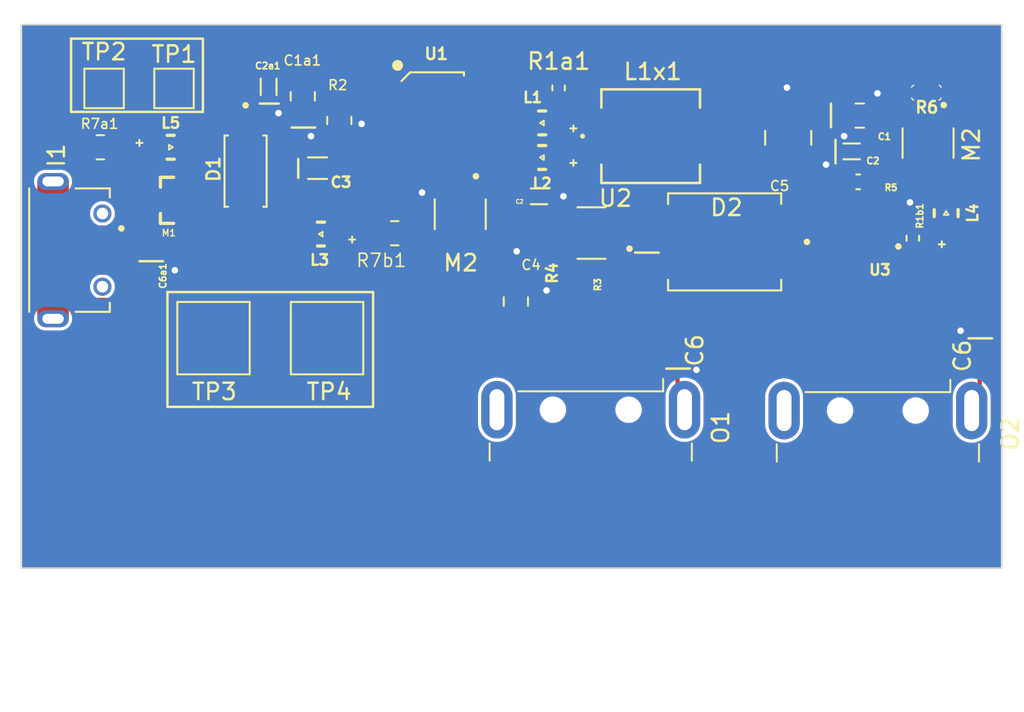
<source format=kicad_pcb>
(kicad_pcb (version 20221018) (generator pcbnew)
  (title_block (title "SolarManagerBatteryPowerConverter") (rev "1") (company "ECE196") (comment 1 "Team 13"))
  (layers (0 "F.Cu" signal) (31 "B.Cu" signal) (34 "B.Paste" user) (35 "F.Paste" user) (36 "B.SilkS" user "B.Silkscreen") (37 "F.SilkS" user "F.Silkscreen") (38 "B.Mask" user) (39 "F.Mask" user) (44 "Edge.Cuts" user))
  (net 0 "")
  (net 1 "Net-(U1-VIN)")
  (net 2 "GND")
  (net 3 "Net-(O1-GND)")
  (net 4 "-BATT")
  (net 5 "Net-(U3-EN)")
  (net 6 "Net-(C6a1-Pad1)")
  (net 7 "Net-(O1-Shield)")
  (net 8 "Net-(O2-Shield)")
  (net 9 "Net-(I1-VBUS)")
  (net 10 "Net-(U2-SW)")
  (net 14 "Net-(L1-K)")
  (net 15 "Net-(L1-A)")
  (net 16 "Net-(L2-K)")
  (net 17 "Net-(L3-A)")
  (net 18 "Net-(L4-K)")
  (net 19 "Net-(L4-A)")
  (net 20 "Net-(R7a1-Pad1)")
  (net 21 "Net-(L5-A)")
  (net 22 "+BATT")
  (net 27 "Net-(U1-ISET)")
  (net 28 "Net-(U2-FB)")
  (net 29 "Net-(U3-ISET)")
  (net 30 "+6V")
  (footprint "R6:R0402" (layer "F.Cu") (at 188.825 43.4575 -90)
    (fp_text reference "R6")
    (fp_text value "1M")
  )
  (footprint "R5:RESC1608X55N" (layer "F.Cu") (at 184.675 48.875 180)
    (fp_text reference "R5")
    (fp_text value "6.8k")
  )
  (footprint "196LEDs:WL-SMCW_0805" (layer "F.Cu") (at 190.025 50.775 -90)
    (fp_text reference "L4")
    (fp_text value "On/Off")
  )
  (footprint "Capacitor_SMD:C_0201_0603Metric" (layer "F.Cu") (at 173.7 59.12 -90)
    (fp_text reference "C6")
    (fp_text value "1nF")
  )
  (footprint "AO3400A:SOT95P280X125-3N" (layer "F.Cu") (at 160.495 50.845 -90)
    (fp_text reference "M2")
    (fp_text value "AO3400A")
  )
  (footprint "AO3401A:SOT23-3" (layer "F.Cu") (at 142.975 50)
    (fp_text reference "M1")
    (fp_text value "AO3401A" hide)
  )
  (footprint "Capacitor_SMD:C_0805_2012Metric" (layer "F.Cu") (at 163.875 56.15 90)
    (fp_text reference "C4")
    (fp_text value "1uF")
  )
  (footprint "SK34A:DIOM4325X250N" (layer "F.Cu") (at 147.45 48.225 -90)
    (fp_text reference "D1")
    (fp_text value "SK34A")
  )
  (footprint "Capacitor_SMD:C_0805_2012Metric" (layer "F.Cu") (at 184.775 44.85 180)
    (fp_text reference "C1")
    (fp_text value "10uF")
  )
  (footprint "C2:CAPC1005X55N" (layer "F.Cu") (at 148.85 43.1 -90)
    (fp_text reference "C2a1")
    (fp_text value "100nF")
  )
  (footprint "C2:CAPC1005X55N" (layer "F.Cu") (at 165.275 49.755)
    (fp_text reference "C2")
    (fp_text value "100nF")
  )
  (footprint "Resistor_SMD:R_0402_1005Metric" (layer "F.Cu") (at 188 52.3 90)
    (fp_text reference "R1b1")
    (fp_text value "10k")
  )
  (footprint "Resistor_SMD:R_0402_1005Metric" (layer "F.Cu") (at 166.47 43.17 -90)
    (fp_text reference "R1a1")
    (fp_text value "10k")
  )
  (footprint "TestPoint:TestPoint_Pad_4.0x4.0mm" (layer "F.Cu") (at 152.4 58.375 90)
    (fp_text reference "TP4")
    (fp_text value "TestPoint")
  )
  (footprint "MT3608:SOT95P280X145-6N" (layer "F.Cu") (at 168.475 51.9875 180)
    (fp_text reference "U2")
    (fp_text value "MT3608")
  )
  (footprint "TestPoint:TestPoint_Pad_2.0x2.0mm" (layer "F.Cu") (at 143.1 43.2)
    (fp_text reference "TP1")
    (fp_text value "TestPoint")
  )
  (footprint "Resistor_SMD:R_0805_2012Metric" (layer "F.Cu") (at 153.145 45.145 -90)
    (fp_text reference "R2")
    (fp_text value "2k")
  )
  (footprint "Capacitor_SMD:C_0201_0603Metric" (layer "F.Cu") (at 141.65 54.65 90)
    (fp_text reference "C6a1")
    (fp_text value "1nF")
  )
  (footprint "Resistor_SMD:R_0805_2012Metric" (layer "F.Cu") (at 138.625 46.775)
    (fp_text reference "R7a1")
    (fp_text value "1K")
  )
  (footprint "196LEDs:WL-SMCW_0805" (layer "F.Cu") (at 165.47 47.395)
    (fp_text reference "L2")
    (fp_text value "DONE")
  )
  (footprint "196LEDs:WL-SMCW_0805" (layer "F.Cu") (at 165.47 45.295)
    (fp_text reference "L1")
    (fp_text value "CHRG")
  )
  (footprint "Connector_USB:USB_A_CNCTech_1001-011-01101_Horizontal" (layer "F.Cu") (at 168.425 69.625 -90)
    (fp_text reference "O1")
    (fp_text value "USB_A")
  )
  (footprint "Connector_USB:USB_A_CNCTech_1001-011-01101_Horizontal" (layer "F.Cu") (at 185.875 69.675 -90)
    (fp_text reference "O2")
    (fp_text value "USB_A")
  )
  (footprint "SS34:DIO_SS34" (layer "F.Cu") (at 176.5625 52.525 180)
    (fp_text reference "D2")
    (fp_text value "SS34")
  )
  (footprint "Cn3063:SOIC8-1.27-5X4MM" (layer "F.Cu") (at 158.72 44.72 -90)
    (property "VALUE" "CN3063-SOIC8")
    (fp_text reference "U1")
    (fp_text value "CN3063")
  )
  (footprint "AO3400A:SOT95P280X125-3N" (layer "F.Cu") (at 188.925 46.52 -90)
    (fp_text reference "M2")
    (fp_text value "AO3400A")
  )
  (footprint "Capacitor_SMD:C_0805_2012Metric" (layer "F.Cu") (at 150.925 43.675 -90)
    (fp_text reference "C1a1")
    (fp_text value "10uF")
  )
  (footprint "Capacitor_SMD:C_0201_0603Metric" (layer "F.Cu") (at 192.06 59.455 90)
    (fp_text reference "C6")
    (fp_text value "1nF")
  )
  (footprint "R3:RESC1005X40N" (layer "F.Cu") (at 169.7 54.8875 90)
    (fp_text reference "R3")
    (fp_text value "150k")
  )
  (footprint "R4:RES_ERJ2RKF2002X" (layer "F.Cu") (at 166.95 54.9505 -90)
    (fp_text reference "R4")
    (fp_text value "20k")
  )
  (footprint "C3:CAPC1005X65N" (layer "F.Cu") (at 151.82 48.045 180)
    (fp_text reference "C3")
    (fp_text value "4.7uF" hide)
  )
  (footprint "Resistor_SMD:R_0805_2012Metric" (layer "F.Cu") (at 156.5125 52 180)
    (fp_text reference "R7b1")
    (fp_text value "1K")
  )
  (footprint "I_USB_MicroAB:MOLEX_47589-0001" (layer "F.Cu") (at 136.4875 53.025 -90)
    (fp_text reference "I1")
    (fp_text value "USB_Micro_AB")
    (fp_line (start -2.575 -2.1625) (end -2.575 -2.3625) (stroke (width 0.01)) (layer "Edge.Cuts"))
    (fp_line (start 1.875 -2.1625) (end 1.875 -2.3625) (stroke (width 0.01)) (layer "Edge.Cuts"))
    (fp_arc (start -2.575 -2.3625) (mid -2.472487 -2.609987) (end -2.225 -2.7125) (stroke (width 0.01)) (layer "Edge.Cuts"))
    (fp_arc (start -2.225 -2.7125) (mid -1.977513 -2.609987) (end -1.875 -2.3625) (stroke (width 0.01)) (layer "Edge.Cuts"))
    (fp_arc (start -2.225 -1.8125) (mid -2.472487 -1.915013) (end -2.575 -2.1625) (stroke (width 0.01)) (layer "Edge.Cuts"))
    (fp_arc (start -1.875 -2.1625) (mid -1.977513 -1.915013) (end -2.225 -1.8125) (stroke (width 0.01)) (layer "Edge.Cuts"))
    (fp_arc (start -1.875 -2.1625) (mid -1.876407 -2.2625) (end -1.875 -2.3625) (stroke (width 0.01)) (layer "Edge.Cuts"))
    (fp_arc (start 1.875 -2.3625) (mid 1.977513 -2.609987) (end 2.225 -2.7125) (stroke (width 0.01)) (layer "Edge.Cuts"))
    (fp_arc (start 2.225 -2.7125) (mid 2.472487 -2.609987) (end 2.575 -2.3625) (stroke (width 0.01)) (layer "Edge.Cuts"))
    (fp_arc (start 2.225 -1.8125) (mid 1.977513 -1.915013) (end 1.875 -2.1625) (stroke (width 0.01)) (layer "Edge.Cuts"))
    (fp_arc (start 2.575 -2.1625) (mid 2.472487 -1.915013) (end 2.225 -1.8125) (stroke (width 0.01)) (layer "Edge.Cuts"))
    (fp_arc (start 2.575 -2.1625) (mid 2.573593 -2.2625) (end 2.575 -2.3625) (stroke (width 0.01)) (layer "Edge.Cuts"))
  )
  (footprint "196LEDs:WL-SMCW_0805" (layer "F.Cu") (at 152.025 52.05)
    (fp_text reference "L3")
    (fp_text value "BATT")
  )
  (footprint "C5:CAPC3225X280N" (layer "F.Cu") (at 180.425 46.2 90)
    (fp_text reference "C5")
    (fp_text value "47uF, 25V")
  )
  (footprint "L1:IND_IHLP-2020BZ_VIS" (layer "F.Cu") (at 172.068 46.1)
    (fp_text reference "L1x1")
    (fp_text value "4.7uH")
  )
  (footprint "SY6280:SOT95P285X130-5N" (layer "F.Cu") (at 184.675 51.85 180)
    (fp_text reference "U3")
    (fp_text value "SY6280AAC")
  )
  (footprint "TestPoint:TestPoint_Pad_4.0x4.0mm" (layer "F.Cu") (at 145.5 58.375 90)
    (fp_text reference "TP3")
    (fp_text value "TestPoint")
  )
  (footprint "TestPoint:TestPoint_Pad_2.0x2.0mm" (layer "F.Cu") (at 138.85 43.2)
    (fp_text reference "TP2")
    (fp_text value "TestPoint")
  )
  (footprint "196LEDs:WL-SMCW_0805" (layer "F.Cu") (at 142.9 46.775 180)
    (fp_text reference "L5")
    (fp_text value "SOLAR")
  )
  (footprint "C2:CAPC1005X55N" (layer "F.Cu") (at 184.28 47.025 180)
    (fp_text reference "C2")
    (fp_text value "100nF")
  )
  (gr_rect (start 136.84375 40.175) (end 144.85625 44.625) (stroke (width 0.15)) (fill none) (layer "F.SilkS"))
  (gr_rect (start 142.7 55.575) (end 155.2 62.55) (stroke (width 0.15)) (fill none) (layer "F.SilkS"))
  (gr_rect (start 133.825 39.325) (end 193.4 72.35) (stroke (width 0.1)) (fill none) (layer "Edge.Cuts"))
  (gr_text "|" (at 151.475 46.15 90) (layer "F.SilkS") (effects (font (size 1 1)) (justify left bottom)))
  (gr_text "|" (at 182.725 47.55) (layer "F.SilkS") (effects (font (size 1 1)) (justify left bottom)))
  (gr_text "|" (at 182.45 45.35) (layer "F.SilkS") (effects (font (size 1 1)) (justify left bottom)))
  (gr_text "|" (at 151.225 47.65 180) (layer "F.SilkS") (effects (font (size 0.8 1)) (justify left bottom)))
  (gr_text "|\n" (at 142.225 54.275 90) (layer "F.SilkS") (effects (font (size 1 1)) (justify left bottom)))
  (gr_text "|\n" (at 173.225 59.65 -90) (layer "F.SilkS") (effects (font (size 1 1)) (justify left bottom)))
  (gr_text "|" (at 192.61 58.96 90) (layer "F.SilkS") (effects (font (size 1 1)) (justify left bottom)))
  (gr_text "|" (at 149.3 44.6 90) (layer "F.SilkS") (effects (font (size 0.8 0.8)) (justify left bottom)))
  (gr_text "|" (at 172.35 53.75 90) (layer "F.SilkS") (effects (font (size 1 1)) (justify left bottom)))
  (segment (start 158.795 42.545) (end 158.795 45.62) (width 0.25) (layer "F.Cu") (net 1))
  (segment (start 151.875 41.775) (end 150.925 42.725) (width 0.25) (layer "F.Cu") (net 1))
  (segment (start 166.47 42.66) (end 163.435 42.66) (width 0.25) (layer "F.Cu") (net 1))
  (segment (start 163.435 42.66) (end 162.695 41.92) (width 0.25) (layer "F.Cu") (net 1))
  (segment (start 148.85 42.67) (end 150.87 42.67) (width 0.25) (layer "F.Cu") (net 1))
  (segment (start 147.45 42.825) (end 147.45 46.11) (width 0.25) (layer "F.Cu") (net 1))
  (segment (start 150.87 42.67) (end 150.925 42.725) (width 0.25) (layer "F.Cu") (net 1))
  (segment (start 162.695 41.92) (end 159.42 41.92) (width 0.25) (layer "F.Cu") (net 1))
  (segment (start 159.275 41.775) (end 151.875 41.775) (width 0.25) (layer "F.Cu") (net 1))
  (segment (start 145.05 50) (end 147.45 47.6) (width 0.25) (layer "F.Cu") (net 1))
  (segment (start 159.42 41.92) (end 158.795 42.545) (width 0.25) (layer "F.Cu") (net 1))
  (segment (start 147.605 42.67) (end 147.45 42.825) (width 0.25) (layer "F.Cu") (net 1))
  (segment (start 159.42 41.92) (end 159.275 41.775) (width 0.25) (layer "F.Cu") (net 1))
  (segment (start 157.79 46.625) (end 156.02 46.625) (width 0.25) (layer "F.Cu") (net 1))
  (segment (start 141.875 50) (end 145.05 50) (width 0.25) (layer "F.Cu") (net 1))
  (segment (start 147.45 47.6) (end 147.45 46.11) (width 0.25) (layer "F.Cu") (net 1))
  (segment (start 158.795 45.62) (end 157.79 46.625) (width 0.25) (layer "F.Cu") (net 1))
  (segment (start 148.85 42.67) (end 147.605 42.67) (width 0.25) (layer "F.Cu") (net 1))
  (segment (start 190.925 59.135) (end 190.265 59.135) (width 0.25) (layer "F.Cu") (net 2))
  (segment (start 150.925 45.5) (end 151.47 46.045) (width 0.25) (layer "F.Cu") (net 2))
  (segment (start 174.85 59.125) (end 174.85 60.3) (width 0.25) (layer "F.Cu") (net 2))
  (segment (start 156.02 45.355) (end 154.505 45.355) (width 0.25) (layer "F.Cu") (net 2))
  (segment (start 154.495 45.355) (end 153.8475 45.355) (width 0.25) (layer "F.Cu") (net 2))
  (segment (start 151.47 46.045) (end 151.4825 46.0575) (width 0.25) (layer "F.Cu") (net 2))
  (segment (start 190.9 59.11) (end 190.925 59.135) (width 0.25) (layer "F.Cu") (net 2))
  (segment (start 163.925 53.1) (end 163.925 55.15) (width 0.75) (layer "F.Cu") (net 2))
  (segment (start 151.36 48.045) (end 151.36 46.155) (width 0.25) (layer "F.Cu") (net 2))
  (segment (start 159.53 49.575) (end 159.545 49.59) (width 0.25) (layer "F.Cu") (net 2))
  (segment (start 185.85 43.5) (end 185.825 43.525) (width 0.25) (layer "F.Cu") (net 2))
  (segment (start 180.425 44.78) (end 180.425 43.225) (width 0.7) (layer "F.Cu") (net 2))
  (segment (start 156.02 45.355) (end 157.01 45.355) (width 0.25) (layer "F.Cu") (net 2))
  (segment (start 153.8475 45.355) (end 153.145 46.0575) (width 0.25) (layer "F.Cu") (net 2))
  (segment (start 174.525 58.8) (end 174.85 59.125) (width 0.25) (layer "F.Cu") (net 2))
  (segment (start 173.1 58.8) (end 171.925 59.975) (width 0.25) (layer "F.Cu") (net 2))
  (segment (start 185.825 43.525) (end 184.1 43.525) (width 0.5) (layer "F.Cu") (net 2))
  (segment (start 182.725 47.825) (end 183.8 47.825) (width 0.5) (layer "F.Cu") (net 2))
  (segment (start 156.89 42.815) (end 156.02 42.815) (width 0.25) (layer "F.Cu") (net 2))
  (segment (start 186.9 51.85) (end 187.825 50.925) (width 0.5) (layer "F.Cu") (net 2))
  (segment (start 183.825 43.8) (end 183.825 44.85) (width 0.5) (layer "F.Cu") (net 2))
  (segment (start 183.85 47.025) (end 183.85 47.775) (width 0.5) (layer "F.Cu") (net 2))
  (segment (start 148.85 44.1) (end 149.45 44.7) (width 0.25) (layer "F.Cu") (net 2))
  (segment (start 185.85 51.85) (end 186.9 51.85) (width 0.5) (layer "F.Cu") (net 2))
  (segment (start 188.3805 43.4575) (end 188.35 43.4575) (width 0.25) (layer "F.Cu") (net 2))
  (segment (start 183.825 46.1) (end 183.825 47) (width 0.5) (layer "F.Cu") (net 2))
  (segment (start 180.205 45) (end 180.425 44.78) (width 0.25) (layer "F.Cu") (net 2))
  (segment (start 150.925 44.625) (end 150.925 45.5) (width 0.25) (layer "F.Cu") (net 2))
  (segment (start 138.45 54.35) (end 138.425 54.325) (width 0.25) (layer "F.Cu") (net 2))
  (segment (start 151.415 46.1) (end 151.425 46.1) (width 0.25) (layer "F.Cu") (net 2))
  (segment (start 184.1 43.525) (end 183.825 43.8) (width 0.5) (layer "F.Cu") (net 2))
  (segment (start 157.01 45.355) (end 157.195 45.17) (width 0.25) (layer "F.Cu") (net 2))
  (segment (start 157.195 45.17) (end 157.195 43.12) (width 0.25) (layer "F.Cu") (net 2))
  (segment (start 166.9625 55.475) (end 165.7375 55.475) (width 0.5) (layer "F.Cu") (net 2))
  (segment (start 158.175 49.525) (end 158.165 49.535) (width 0.25) (layer "F.Cu") (net 2))
  (segment (start 141.65 54.33) (end 141.73 54.25) (width 0.25) (layer "F.Cu") (net 2))
  (segment (start 189.375 59.475) (end 189.375 60.025) (width 0.25) (layer "F.Cu") (net 2))
  (segment (start 165.705 49.755) (end 166.77 49.755) (width 0.5) (layer "F.Cu") (net 2))
  (segment (start 141.63 54.35) (end 138.45 54.35) (width 0.25) (layer "F.Cu") (net 2))
  (segment (start 173.7 58.8) (end 173.1 58.8) (width 0.25) (layer "F.Cu") (net 2))
  (segment (start 183.825 44.85) (end 183.825 46.1) (width 0.5) (layer "F.Cu") (net 2))
  (segment (start 141.73 54.25) (end 143.15 54.25) (width 0.25) (layer "F.Cu") (net 2))
  (segment (start 151.425 46.1) (end 151.425 46.09) (width 0.25) (layer "F.Cu") (net 2))
  (segment (start 163.925 55.15) (end 163.875 55.2) (width 0.25) (layer "F.Cu") (net 2))
  (segment (start 151.425 46.09) (end 151.47 46.045) (width 0.25) (layer "F.Cu") (net 2))
  (segment (start 158.185 49.535) (end 158.175 49.525) (width 0.25) (layer "F.Cu") (net 2))
  (segment (start 190.9 57.925) (end 190.9 59.11) (width 0.25) (layer "F.Cu") (net 2))
  (segment (start 187.975 43.863) (end 188.3805 43.4575) (width 0.5) (layer "F.Cu") (net 2))
  (segment (start 187.975 45.265) (end 187.975 43.863) (width 0.5) (layer "F.Cu") (net 2))
  (segment (start 183.8 47.825) (end 183.85 47.775) (width 0.25) (layer "F.Cu") (net 2))
  (segment (start 154.505 45.355) (end 154.5 45.35) (width 0.25) (layer "F.Cu") (net 2))
  (segment (start 149.525 44.625) (end 149.45 44.7) (width 0.25) (layer "F.Cu") (net 2))
  (segment (start 151.4825 46.0575) (end 153.145 46.0575) (width 0.25) (layer "F.Cu") (net 2))
  (segment (start 173.7 58.8) (end 174.525 58.8) (width 0.25) (layer "F.Cu") (net 2))
  (segment (start 141.65 54.33) (end 141.63 54.35) (width 0.25) (layer "F.Cu") (net 2))
  (segment (start 151.36 46.155) (end 151.415 46.1) (width 0.25) (layer "F.Cu") (net 2))
  (segment (start 187.637 43.525) (end 185.875 43.525) (width 0.5) (layer "F.Cu") (net 2))
  (segment (start 183.85 48.87) (end 183.855 48.875) (width 0.25) (layer "F.Cu") (net 2))
  (segment (start 192.06 59.135) (end 190.925 59.135) (width 0.25) (layer "F.Cu") (net 2))
  (segment (start 157.195 43.12) (end 156.89 42.815) (width 0.25) (layer "F.Cu") (net 2))
  (segment (start 154.5 45.35) (end 154.495 45.355) (width 0.25) (layer "F.Cu") (net 2))
  (segment (start 187.975 43.863) (end 187.637 43.525) (width 0.5) (layer "F.Cu") (net 2))
  (segment (start 183.85 47.775) (end 183.85 48.87) (width 0.5) (layer "F.Cu") (net 2))
  (segment (start 150.925 44.625) (end 149.525 44.625) (width 0.25) (layer "F.Cu") (net 2))
  (segment (start 180.425 43.225) (end 180.35 43.15) (width 0.25) (layer "F.Cu") (net 2))
  (segment (start 148.85 43.53) (end 148.85 44.1) (width 0.25) (layer "F.Cu") (net 2))
  (segment (start 187.825 50.925) (end 187.825 50.125) (width 0.5) (layer "F.Cu") (net 2))
  (segment (start 183.825 47) (end 183.85 47.025) (width 0.25) (layer "F.Cu") (net 2))
  (segment (start 159.445 49.535) (end 158.185 49.535) (width 0.75) (layer "F.Cu") (net 2))
  (segment (start 159.545 49.59) (end 159.545 49.595) (width 0.25) (layer "F.Cu") (net 2))
  (segment (start 190.265 59.135) (end 189.375 60.025) (width 0.25) (layer "F.Cu") (net 2))
  (segment (start 185.875 43.525) (end 185.85 43.5) (width 0.25) (layer "F.Cu") (net 2))
  (via (at 158.175 49.525) (size 0.8) (drill 0.4) (layers "F.Cu" "B.Cu") (net 2))
  (via (at 143.15 54.25) (size 0.8) (drill 0.4) (layers "F.Cu" "B.Cu") (net 2))
  (via (at 166.77 49.755) (size 0.8) (drill 0.4) (layers "F.Cu" "B.Cu") (net 2))
  (via (at 154.5 45.35) (size 0.8) (drill 0.4) (layers "F.Cu" "B.Cu") (net 2))
  (via (at 182.725 47.825) (size 0.8) (drill 0.4) (layers "F.Cu" "B.Cu") (net 2))
  (via (at 190.9 57.925) (size 0.8) (drill 0.4) (layers "F.Cu" "B.Cu") (net 2))
  (via (at 180.35 43.15) (size 0.8) (drill 0.4) (layers "F.Cu" "B.Cu") (net 2))
  (via (at 151.425 46.1) (size 0.8) (drill 0.4) (layers "F.Cu" "B.Cu") (net 2))
  (via (at 174.85 60.3) (size 0.8) (drill 0.4) (layers "F.Cu" "B.Cu") (net 2))
  (via (at 185.85 43.5) (size 0.8) (drill 0.4) (layers "F.Cu" "B.Cu") (net 2))
  (via (at 183.825 46.1) (size 0.8) (drill 0.4) (layers "F.Cu" "B.Cu") (net 2))
  (via (at 187.825 50.125) (size 0.8) (drill 0.4) (layers "F.Cu" "B.Cu") (net 2))
  (via (at 163.925 53.1) (size 0.8) (drill 0.4) (layers "F.Cu" "B.Cu") (net 2))
  (via (at 165.7375 55.475) (size 0.8) (drill 0.4) (layers "F.Cu" "B.Cu") (net 2))
  (via (at 149.45 44.7) (size 0.8) (drill 0.4) (layers "F.Cu" "B.Cu") (net 2))
  (segment (start 174.825 60.425) (end 174.825 60.325) (width 0.25) (layer "B.Cu") (net 2))
  (segment (start 174.85 60.3) (end 174.825 60.275) (width 0.25) (layer "B.Cu") (net 2))
  (segment (start 174.825 60.325) (end 174.85 60.3) (width 0.25) (layer "B.Cu") (net 2))
  (segment (start 182.075 60.325) (end 182.375 60.025) (width 0.25) (layer "F.Cu") (net 3))
  (segment (start 184.71 52.21) (end 185.3 52.8) (width 0.5) (layer "F.Cu") (net 3))
  (segment (start 185.725 44.85) (end 185.725 46.01) (width 0.5) (layer "F.Cu") (net 3))
  (segment (start 182.55 57.625) (end 182.575 57.65) (width 0.75) (layer "F.Cu") (net 3))
  (segment (start 185.85 52.8) (end 182.55 56.1) (width 0.75) (layer "F.Cu") (net 3))
  (segment (start 185.725 46.01) (end 184.71 47.025) (width 0.5) (layer "F.Cu") (net 3))
  (segment (start 182.575 57.65) (end 182.575 59.825) (width 0.75) (layer "F.Cu") (net 3))
  (segment (start 185.3 52.8) (end 185.85 52.8) (width 0.25) (layer "F.Cu") (net 3))
  (segment (start 182.575 59.825) (end 182.375 60.025) (width 0.75) (layer "F.Cu") (net 3))
  (segment (start 182.55 56.1) (end 182.55 57.625) (width 0.75) (layer "F.Cu") (net 3))
  (segment (start 185.85 52.8) (end 185.86 52.81) (width 0.25) (layer "F.Cu") (net 3))
  (segment (start 167.25 57.65) (end 164.925 59.975) (width 0.75) (layer "F.Cu") (net 3))
  (segment (start 182.575 57.65) (end 167.25 57.65) (width 0.75) (layer "F.Cu") (net 3))
  (segment (start 185.86 52.81) (end 188 52.81) (width 0.7) (layer "F.Cu") (net 3))
  (segment (start 184.71 47.025) (end 184.71 52.21) (width 0.5) (layer "F.Cu") (net 3))
  (segment (start 157.425 53.35) (end 152.4 58.375) (width 0.75) (layer "F.Cu") (net 4))
  (segment (start 160.395 52) (end 160.495 52.1) (width 0.25) (layer "F.Cu") (net 4))
  (segment (start 157.425 52) (end 157.425 53.35) (width 0.75) (layer "F.Cu") (net 4))
  (segment (start 157.425 52) (end 160.395 52) (width 0.4) (layer "F.Cu") (net 4))
  (segment (start 168.4445 56.575) (end 164.4 56.575) (width 0.6) (layer "F.Cu") (net 5))
  (segment (start 183.5 50.9) (end 183.5 52.8) (width 1) (layer "F.Cu") (net 5))
  (segment (start 179.9625 52.525) (end 183.225 52.525) (width 1.5) (layer "F.Cu") (net 5))
  (segment (start 164.4 56.575) (end 163.875 57.1) (width 0.6) (layer "F.Cu") (net 5))
  (segment (start 169.7125 55.332) (end 169.7 55.3195) (width 0.6) (layer "F.Cu") (net 5))
  (segment (start 183.225 52.525) (end 183.5 52.8) (width 0.25) (layer "F.Cu") (net 5))
  (segment (start 177.1555 55.332) (end 179.9625 52.525) (width 0.6) (layer "F.Cu") (net 5))
  (segment (start 169.7 55.3195) (end 168.4445 56.575) (width 0.6) (layer "F.Cu") (net 5))
  (segment (start 180.425 47.62) (end 180.425 47.825) (width 0.25) (layer "F.Cu") (net 5))
  (segment (start 183.3875 52.9125) (end 183.5 52.8) (width 0.25) (layer "F.Cu") (net 5))
  (segment (start 180.425 47.825) (end 183.5 50.9) (width 1) (layer "F.Cu") (net 5))
  (segment (start 177.1555 55.332) (end 169.7125 55.332) (width 0.6) (layer "F.Cu") (net 5))
  (segment (start 141.65 54.97) (end 141.65 55.325) (width 0.4) (layer "F.Cu") (net 6))
  (segment (start 141.65 55.325) (end 140.85 56.125) (width 0.4) (layer "F.Cu") (net 6))
  (segment (start 140.85 56.125) (end 137.7 56.125) (width 0.4) (layer "F.Cu") (net 6))
  (segment (start 137.7 56.125) (end 135.75 54.175) (width 0.4) (layer "F.Cu") (net 6))
  (segment (start 173.7 62.3) (end 174.125 62.725) (width 0.25) (layer "F.Cu") (net 7))
  (segment (start 173.7 59.44) (end 173.7 62.3) (width 0.25) (layer "F.Cu") (net 7))
  (segment (start 162.75 62.825) (end 162.725 62.85) (width 0.25) (layer "F.Cu") (net 7))
  (segment (start 192.06 62.29) (end 191.575 62.775) (width 0.25) (layer "F.Cu") (net 8))
  (segment (start 192.06 59.775) (end 192.06 62.29) (width 0.25) (layer "F.Cu") (net 8))
  (segment (start 143.175 51.75) (end 138.45 51.75) (width 0.4) (layer "F.Cu") (net 9))
  (segment (start 138.45 51.75) (end 138.425 51.725) (width 0.25) (layer "F.Cu") (net 9))
  (segment (start 143.975 50.95) (end 146.84 50.95) (width 0.4) (layer "F.Cu") (net 9))
  (segment (start 143.975 50.95) (end 143.175 51.75) (width 0.4) (layer "F.Cu") (net 9))
  (segment (start 146.84 50.95) (end 147.45 50.34) (width 0.25) (layer "F.Cu") (net 9))
  (segment (start 175.875 49.8125) (end 173.1625 52.525) (width 1) (layer "F.Cu") (net 10))
  (segment (start 169.645 52.9375) (end 172.75 52.9375) (width 0.75) (layer "F.Cu") (net 10))
  (segment (start 172.75 52.9375) (end 173.1625 52.525) (width 0.25) (layer "F.Cu") (net 10))
  (segment (start 175.875 46.225) (end 175.875 49.8125) (width 1) (layer "F.Cu") (net 10))
  (segment (start 174.225 46.225) (end 175.875 46.225) (width 1) (layer "F.Cu") (net 10))
  (segment (start 172.7375 52.95) (end 173.1625 52.525) (width 0.25) (layer "F.Cu") (net 10))
  (segment (start 174.1 46.1) (end 174.225 46.225) (width 0.75) (layer "F.Cu") (net 10))
  (segment (start 163.21 44.085) (end 161.42 44.085) (width 0.25) (layer "F.Cu") (net 14))
  (segment (start 164.42 45.295) (end 163.21 44.085) (width 0.25) (layer "F.Cu") (net 14))
  (segment (start 161.43 44.095) (end 161.42 44.085) (width 0.25) (layer "F.Cu") (net 14))
  (segment (start 166.47 45.245) (end 166.52 45.295) (width 0.25) (layer "F.Cu") (net 15))
  (segment (start 166.52 47.395) (end 166.52 45.295) (width 0.25) (layer "F.Cu") (net 15))
  (segment (start 166.47 43.68) (end 166.47 45.245) (width 0.25) (layer "F.Cu") (net 15))
  (segment (start 163.07 45.77) (end 162.655 45.355) (width 0.25) (layer "F.Cu") (net 16))
  (segment (start 164.42 47.395) (end 163.545 47.395) (width 0.25) (layer "F.Cu") (net 16))
  (segment (start 163.07 46.92) (end 163.07 45.77) (width 0.25) (layer "F.Cu") (net 16))
  (segment (start 162.655 45.355) (end 161.42 45.355) (width 0.25) (layer "F.Cu") (net 16))
  (segment (start 163.545 47.395) (end 163.07 46.92) (width 0.25) (layer "F.Cu") (net 16))
  (segment (start 155.55 52.05) (end 155.6 52) (width 0.25) (layer "F.Cu") (net 17))
  (segment (start 153.075 52.05) (end 155.55 52.05) (width 0.25) (layer "F.Cu") (net 17))
  (segment (start 188.925 48.625) (end 188.925 47.775) (width 0.5) (layer "F.Cu") (net 18))
  (segment (start 190.025 49.725) (end 188.925 48.625) (width 0.5) (layer "F.Cu") (net 18))
  (segment (start 188 51.79) (end 189.99 51.79) (width 0.5) (layer "F.Cu") (net 19))
  (segment (start 189.99 51.79) (end 190.025 51.825) (width 0.25) (layer "F.Cu") (net 19))
  (segment (start 137.775 46.7125) (end 137.7125 46.775) (width 0.25) (layer "F.Cu") (net 20))
  (segment (start 138.85 43.2) (end 137.775 44.275) (width 0.75) (layer "F.Cu") (net 20))
  (segment (start 137.775 44.275) (end 137.775 46.7125) (width 0.75) (layer "F.Cu") (net 20))
  (segment (start 141.85 46.775) (end 139.5375 46.775) (width 0.25) (layer "F.Cu") (net 21))
  (segment (start 167.305 51.9875) (end 167.305 51.0375) (width 0.75) (layer "F.Cu") (net 22))
  (segment (start 168.35 49.8675) (end 168.35 47.786) (width 0.75) (layer "F.Cu") (net 22))
  (segment (start 152.28 50.745) (end 150.975 52.05) (width 0.4) (layer "F.Cu") (net 22))
  (segment (start 165.125 50.975) (end 167.2425 50.975) (width 0.5) (layer "F.Cu") (net 22))
  (segment (start 161.42 42.815) (end 160.5 42.815) (width 0.4) (layer "F.Cu") (net 22))
  (segment (start 168.35 47.786) (end 170.036 46.1) (width 0.75) (layer "F.Cu") (net 22))
  (segment (start 169.125 42.275) (end 168.925 42.475) (width 0.75) (layer "F.Cu") (net 22))
  (segment (start 164.845 50.695) (end 165.125 50.975) (width 0.5) (layer "F.Cu") (net 22))
  (segment (start 167.305 51.0375) (end 166.775 51.0375) (width 0.75) (layer "F.Cu") (net 22))
  (segment (start 161.445 49.59) (end 164.68 49.59) (width 0.4) (layer "F.Cu") (net 22))
  (segment (start 161.445 49.59) (end 161.445 46.65) (width 0.4) (layer "F.Cu") (net 22))
  (segment (start 189.2695 43.4575) (end 189.875 44.063) (width 0.75) (layer "F.Cu") (net 22))
  (segment (start 159.05 46.625) (end 161.42 46.625) (width 0.4) (layer "F.Cu") (net 22))
  (segment (start 160.195 43.12) (end 160.195 45.48) (width 0.4) (layer "F.Cu") (net 22))
  (segment (start 168.925 44.989) (end 170.036 46.1) (width 0.75) (layer "F.Cu") (net 22))
  (segment (start 157.63 48.045) (end 159.05 46.625) (width 0.4) (layer "F.Cu") (net 22))
  (segment (start 160.5 42.815) (end 160.195 43.12) (width 0.4) (layer "F.Cu") (net 22))
  (segment (start 152.28 48.045) (end 152.28 50.745) (width 0.4) (layer "F.Cu") (net 22))
  (segment (start 189.2695 43.4575) (end 189.2695 42.9445) (width 0.75) (layer "F.Cu") (net 22))
  (segment (start 167.2425 50.975) (end 167.305 51.0375) (width 0.25) (layer "F.Cu") (net 22))
  (segment (start 160.195 45.48) (end 159.05 46.625) (width 0.4) (layer "F.Cu") (net 22))
  (segment (start 189.875 44.063) (end 189.875 45.265) (width 0.75) (layer "F.Cu") (net 22))
  (segment (start 161.445 46.65) (end 161.42 46.625) (width 0.25) (layer "F.Cu") (net 22))
  (segment (start 188.6 42.275) (end 169.125 42.275) (width 0.75) (layer "F.Cu") (net 22))
  (segment (start 189.2695 42.9445) (end 188.6 42.275) (width 0.75) (layer "F.Cu") (net 22))
  (segment (start 145.5 58.375) (end 145.5 57.525) (width 0.25) (layer "F.Cu") (net 22))
  (segment (start 164.845 49.755) (end 164.725 49.875) (width 0.25) (layer "F.Cu") (net 22))
  (segment (start 164.845 49.755) (end 164.845 50.695) (width 0.5) (layer "F.Cu") (net 22))
  (segment (start 152.28 48.045) (end 157.63 48.045) (width 0.4) (layer "F.Cu") (net 22))
  (segment (start 167.2425 50.975) (end 168.35 49.8675) (width 0.75) (layer "F.Cu") (net 22))
  (segment (start 164.68 49.59) (end 164.845 49.755) (width 0.4) (layer "F.Cu") (net 22))
  (segment (start 145.5 57.525) (end 150.975 52.05) (width 0.7) (layer "F.Cu") (net 22))
  (segment (start 170.036 46.169) (end 170.036 46.1) (width 0.25) (layer "F.Cu") (net 22))
  (segment (start 168.925 42.475) (end 168.925 44.989) (width 0.75) (layer "F.Cu") (net 22))
  (segment (start 153.2925 44.085) (end 153.145 44.2325) (width 0.25) (layer "F.Cu") (net 27))
  (segment (start 156.02 44.085) (end 153.2925 44.085) (width 0.25) (layer "F.Cu") (net 27))
  (segment (start 168.4 54.4375) (end 169.682 54.4375) (width 0.5) (layer "F.Cu") (net 28))
  (segment (start 166.951 54.4375) (end 166.95 54.4385) (width 0.25) (layer "F.Cu") (net 28))
  (segment (start 169.682 54.4375) (end 169.7 54.4555) (width 0.25) (layer "F.Cu") (net 28))
  (segment (start 168.4 54.4375) (end 166.951 54.4375) (width 0.5) (layer "F.Cu") (net 28))
  (segment (start 169.645 51.0375) (end 168.575 51.0375) (width 0.4) (layer "F.Cu") (net 28))
  (segment (start 168.4 51.2125) (end 168.4 54.4375) (width 0.4) (layer "F.Cu") (net 28))
  (segment (start 168.575 51.0375) (end 168.4 51.2125) (width 0.4) (layer "F.Cu") (net 28))
  (segment (start 185.495 50.545) (end 185.85 50.9) (width 0.5) (layer "F.Cu") (net 29))
  (segment (start 185.495 48.875) (end 185.495 50.545) (width 0.5) (layer "F.Cu") (net 29))
  (segment (start 143.1 43.2) (end 143.1 43.35) (width 0.25) (layer "F.Cu") (net 30))
  (segment (start 143.95 46.775) (end 143.95 49.025) (width 0.4) (layer "F.Cu") (net 30))
  (segment (start 144 46.725) (end 143.95 46.775) (width 0.25) (layer "F.Cu") (net 30))
  (segment (start 144 44.25) (end 144 46.725) (width 0.75) (layer "F.Cu") (net 30))
  (segment (start 143.95 49.025) (end 143.975 49.05) (width 0.25) (layer "F.Cu") (net 30))
  (segment (start 143.1 43.35) (end 144 44.25) (width 0.75) (layer "F.Cu") (net 30))
  (zone (net 2) (net_name "GND") (layer "B.Cu") (name "GND") (connect_pads (clearance 0)) (min_thickness 0.25) (fill yes (thermal_gap 0.5) (thermal_bridge_width 0.5))
    (polygon (pts (xy 133.075 37.825) (xy 194.475 37.925) (xy 194.175 72.725) (xy 132.525 73.375)))
  )
)
</source>
